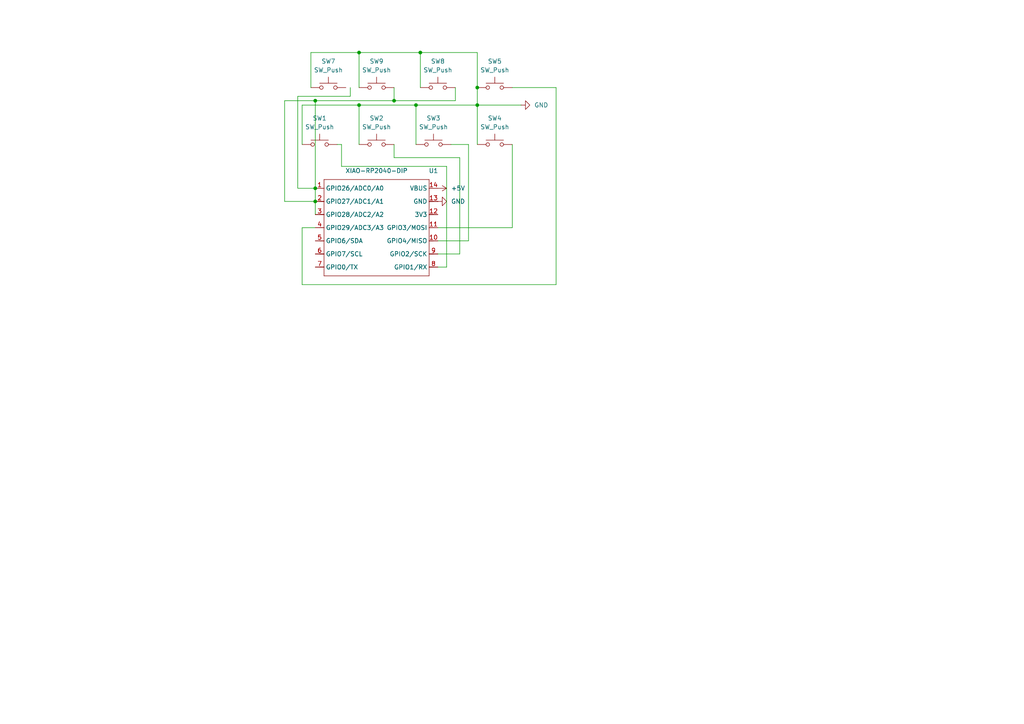
<source format=kicad_sch>
(kicad_sch
	(version 20250114)
	(generator "eeschema")
	(generator_version "9.0")
	(uuid "986929e9-5c57-4945-bb9f-fe101c86ed23")
	(paper "A4")
	(lib_symbols
		(symbol "Macro library:XIAO-RP2040-DIP"
			(exclude_from_sim no)
			(in_bom yes)
			(on_board yes)
			(property "Reference" "U"
				(at 0 0 0)
				(effects
					(font
						(size 1.27 1.27)
					)
				)
			)
			(property "Value" "XIAO-RP2040-DIP"
				(at 5.334 -1.778 0)
				(effects
					(font
						(size 1.27 1.27)
					)
				)
			)
			(property "Footprint" "Module:MOUDLE14P-XIAO-DIP-SMD"
				(at 14.478 -32.258 0)
				(effects
					(font
						(size 1.27 1.27)
					)
					(hide yes)
				)
			)
			(property "Datasheet" ""
				(at 0 0 0)
				(effects
					(font
						(size 1.27 1.27)
					)
					(hide yes)
				)
			)
			(property "Description" ""
				(at 0 0 0)
				(effects
					(font
						(size 1.27 1.27)
					)
					(hide yes)
				)
			)
			(symbol "XIAO-RP2040-DIP_1_0"
				(polyline
					(pts
						(xy -1.27 -2.54) (xy 29.21 -2.54)
					)
					(stroke
						(width 0.1524)
						(type solid)
					)
					(fill
						(type none)
					)
				)
				(polyline
					(pts
						(xy -1.27 -5.08) (xy -2.54 -5.08)
					)
					(stroke
						(width 0.1524)
						(type solid)
					)
					(fill
						(type none)
					)
				)
				(polyline
					(pts
						(xy -1.27 -5.08) (xy -1.27 -2.54)
					)
					(stroke
						(width 0.1524)
						(type solid)
					)
					(fill
						(type none)
					)
				)
				(polyline
					(pts
						(xy -1.27 -8.89) (xy -2.54 -8.89)
					)
					(stroke
						(width 0.1524)
						(type solid)
					)
					(fill
						(type none)
					)
				)
				(polyline
					(pts
						(xy -1.27 -8.89) (xy -1.27 -5.08)
					)
					(stroke
						(width 0.1524)
						(type solid)
					)
					(fill
						(type none)
					)
				)
				(polyline
					(pts
						(xy -1.27 -12.7) (xy -2.54 -12.7)
					)
					(stroke
						(width 0.1524)
						(type solid)
					)
					(fill
						(type none)
					)
				)
				(polyline
					(pts
						(xy -1.27 -12.7) (xy -1.27 -8.89)
					)
					(stroke
						(width 0.1524)
						(type solid)
					)
					(fill
						(type none)
					)
				)
				(polyline
					(pts
						(xy -1.27 -16.51) (xy -2.54 -16.51)
					)
					(stroke
						(width 0.1524)
						(type solid)
					)
					(fill
						(type none)
					)
				)
				(polyline
					(pts
						(xy -1.27 -16.51) (xy -1.27 -12.7)
					)
					(stroke
						(width 0.1524)
						(type solid)
					)
					(fill
						(type none)
					)
				)
				(polyline
					(pts
						(xy -1.27 -20.32) (xy -2.54 -20.32)
					)
					(stroke
						(width 0.1524)
						(type solid)
					)
					(fill
						(type none)
					)
				)
				(polyline
					(pts
						(xy -1.27 -24.13) (xy -2.54 -24.13)
					)
					(stroke
						(width 0.1524)
						(type solid)
					)
					(fill
						(type none)
					)
				)
				(polyline
					(pts
						(xy -1.27 -27.94) (xy -2.54 -27.94)
					)
					(stroke
						(width 0.1524)
						(type solid)
					)
					(fill
						(type none)
					)
				)
				(polyline
					(pts
						(xy -1.27 -30.48) (xy -1.27 -16.51)
					)
					(stroke
						(width 0.1524)
						(type solid)
					)
					(fill
						(type none)
					)
				)
				(polyline
					(pts
						(xy 29.21 -2.54) (xy 29.21 -5.08)
					)
					(stroke
						(width 0.1524)
						(type solid)
					)
					(fill
						(type none)
					)
				)
				(polyline
					(pts
						(xy 29.21 -5.08) (xy 29.21 -8.89)
					)
					(stroke
						(width 0.1524)
						(type solid)
					)
					(fill
						(type none)
					)
				)
				(polyline
					(pts
						(xy 29.21 -8.89) (xy 29.21 -12.7)
					)
					(stroke
						(width 0.1524)
						(type solid)
					)
					(fill
						(type none)
					)
				)
				(polyline
					(pts
						(xy 29.21 -12.7) (xy 29.21 -30.48)
					)
					(stroke
						(width 0.1524)
						(type solid)
					)
					(fill
						(type none)
					)
				)
				(polyline
					(pts
						(xy 29.21 -30.48) (xy -1.27 -30.48)
					)
					(stroke
						(width 0.1524)
						(type solid)
					)
					(fill
						(type none)
					)
				)
				(polyline
					(pts
						(xy 30.48 -5.08) (xy 29.21 -5.08)
					)
					(stroke
						(width 0.1524)
						(type solid)
					)
					(fill
						(type none)
					)
				)
				(polyline
					(pts
						(xy 30.48 -8.89) (xy 29.21 -8.89)
					)
					(stroke
						(width 0.1524)
						(type solid)
					)
					(fill
						(type none)
					)
				)
				(polyline
					(pts
						(xy 30.48 -12.7) (xy 29.21 -12.7)
					)
					(stroke
						(width 0.1524)
						(type solid)
					)
					(fill
						(type none)
					)
				)
				(polyline
					(pts
						(xy 30.48 -16.51) (xy 29.21 -16.51)
					)
					(stroke
						(width 0.1524)
						(type solid)
					)
					(fill
						(type none)
					)
				)
				(polyline
					(pts
						(xy 30.48 -20.32) (xy 29.21 -20.32)
					)
					(stroke
						(width 0.1524)
						(type solid)
					)
					(fill
						(type none)
					)
				)
				(polyline
					(pts
						(xy 30.48 -24.13) (xy 29.21 -24.13)
					)
					(stroke
						(width 0.1524)
						(type solid)
					)
					(fill
						(type none)
					)
				)
				(polyline
					(pts
						(xy 30.48 -27.94) (xy 29.21 -27.94)
					)
					(stroke
						(width 0.1524)
						(type solid)
					)
					(fill
						(type none)
					)
				)
				(pin passive line
					(at -3.81 -5.08 0)
					(length 2.54)
					(name "GPIO26/ADC0/A0"
						(effects
							(font
								(size 1.27 1.27)
							)
						)
					)
					(number "1"
						(effects
							(font
								(size 1.27 1.27)
							)
						)
					)
				)
				(pin passive line
					(at -3.81 -8.89 0)
					(length 2.54)
					(name "GPIO27/ADC1/A1"
						(effects
							(font
								(size 1.27 1.27)
							)
						)
					)
					(number "2"
						(effects
							(font
								(size 1.27 1.27)
							)
						)
					)
				)
				(pin passive line
					(at -3.81 -12.7 0)
					(length 2.54)
					(name "GPIO28/ADC2/A2"
						(effects
							(font
								(size 1.27 1.27)
							)
						)
					)
					(number "3"
						(effects
							(font
								(size 1.27 1.27)
							)
						)
					)
				)
				(pin passive line
					(at -3.81 -16.51 0)
					(length 2.54)
					(name "GPIO29/ADC3/A3"
						(effects
							(font
								(size 1.27 1.27)
							)
						)
					)
					(number "4"
						(effects
							(font
								(size 1.27 1.27)
							)
						)
					)
				)
				(pin passive line
					(at -3.81 -20.32 0)
					(length 2.54)
					(name "GPIO6/SDA"
						(effects
							(font
								(size 1.27 1.27)
							)
						)
					)
					(number "5"
						(effects
							(font
								(size 1.27 1.27)
							)
						)
					)
				)
				(pin passive line
					(at -3.81 -24.13 0)
					(length 2.54)
					(name "GPIO7/SCL"
						(effects
							(font
								(size 1.27 1.27)
							)
						)
					)
					(number "6"
						(effects
							(font
								(size 1.27 1.27)
							)
						)
					)
				)
				(pin passive line
					(at -3.81 -27.94 0)
					(length 2.54)
					(name "GPIO0/TX"
						(effects
							(font
								(size 1.27 1.27)
							)
						)
					)
					(number "7"
						(effects
							(font
								(size 1.27 1.27)
							)
						)
					)
				)
				(pin passive line
					(at 31.75 -5.08 180)
					(length 2.54)
					(name "VBUS"
						(effects
							(font
								(size 1.27 1.27)
							)
						)
					)
					(number "14"
						(effects
							(font
								(size 1.27 1.27)
							)
						)
					)
				)
				(pin passive line
					(at 31.75 -8.89 180)
					(length 2.54)
					(name "GND"
						(effects
							(font
								(size 1.27 1.27)
							)
						)
					)
					(number "13"
						(effects
							(font
								(size 1.27 1.27)
							)
						)
					)
				)
				(pin passive line
					(at 31.75 -12.7 180)
					(length 2.54)
					(name "3V3"
						(effects
							(font
								(size 1.27 1.27)
							)
						)
					)
					(number "12"
						(effects
							(font
								(size 1.27 1.27)
							)
						)
					)
				)
				(pin passive line
					(at 31.75 -16.51 180)
					(length 2.54)
					(name "GPIO3/MOSI"
						(effects
							(font
								(size 1.27 1.27)
							)
						)
					)
					(number "11"
						(effects
							(font
								(size 1.27 1.27)
							)
						)
					)
				)
				(pin passive line
					(at 31.75 -20.32 180)
					(length 2.54)
					(name "GPIO4/MISO"
						(effects
							(font
								(size 1.27 1.27)
							)
						)
					)
					(number "10"
						(effects
							(font
								(size 1.27 1.27)
							)
						)
					)
				)
				(pin passive line
					(at 31.75 -24.13 180)
					(length 2.54)
					(name "GPIO2/SCK"
						(effects
							(font
								(size 1.27 1.27)
							)
						)
					)
					(number "9"
						(effects
							(font
								(size 1.27 1.27)
							)
						)
					)
				)
				(pin passive line
					(at 31.75 -27.94 180)
					(length 2.54)
					(name "GPIO1/RX"
						(effects
							(font
								(size 1.27 1.27)
							)
						)
					)
					(number "8"
						(effects
							(font
								(size 1.27 1.27)
							)
						)
					)
				)
			)
			(embedded_fonts no)
		)
		(symbol "Switch:SW_Push"
			(pin_numbers
				(hide yes)
			)
			(pin_names
				(offset 1.016)
				(hide yes)
			)
			(exclude_from_sim no)
			(in_bom yes)
			(on_board yes)
			(property "Reference" "SW"
				(at 1.27 2.54 0)
				(effects
					(font
						(size 1.27 1.27)
					)
					(justify left)
				)
			)
			(property "Value" "SW_Push"
				(at 0 -1.524 0)
				(effects
					(font
						(size 1.27 1.27)
					)
				)
			)
			(property "Footprint" ""
				(at 0 5.08 0)
				(effects
					(font
						(size 1.27 1.27)
					)
					(hide yes)
				)
			)
			(property "Datasheet" "~"
				(at 0 5.08 0)
				(effects
					(font
						(size 1.27 1.27)
					)
					(hide yes)
				)
			)
			(property "Description" "Push button switch, generic, two pins"
				(at 0 0 0)
				(effects
					(font
						(size 1.27 1.27)
					)
					(hide yes)
				)
			)
			(property "ki_keywords" "switch normally-open pushbutton push-button"
				(at 0 0 0)
				(effects
					(font
						(size 1.27 1.27)
					)
					(hide yes)
				)
			)
			(symbol "SW_Push_0_1"
				(circle
					(center -2.032 0)
					(radius 0.508)
					(stroke
						(width 0)
						(type default)
					)
					(fill
						(type none)
					)
				)
				(polyline
					(pts
						(xy 0 1.27) (xy 0 3.048)
					)
					(stroke
						(width 0)
						(type default)
					)
					(fill
						(type none)
					)
				)
				(circle
					(center 2.032 0)
					(radius 0.508)
					(stroke
						(width 0)
						(type default)
					)
					(fill
						(type none)
					)
				)
				(polyline
					(pts
						(xy 2.54 1.27) (xy -2.54 1.27)
					)
					(stroke
						(width 0)
						(type default)
					)
					(fill
						(type none)
					)
				)
				(pin passive line
					(at -5.08 0 0)
					(length 2.54)
					(name "1"
						(effects
							(font
								(size 1.27 1.27)
							)
						)
					)
					(number "1"
						(effects
							(font
								(size 1.27 1.27)
							)
						)
					)
				)
				(pin passive line
					(at 5.08 0 180)
					(length 2.54)
					(name "2"
						(effects
							(font
								(size 1.27 1.27)
							)
						)
					)
					(number "2"
						(effects
							(font
								(size 1.27 1.27)
							)
						)
					)
				)
			)
			(embedded_fonts no)
		)
		(symbol "power:+5V"
			(power)
			(pin_numbers
				(hide yes)
			)
			(pin_names
				(offset 0)
				(hide yes)
			)
			(exclude_from_sim no)
			(in_bom yes)
			(on_board yes)
			(property "Reference" "#PWR"
				(at 0 -3.81 0)
				(effects
					(font
						(size 1.27 1.27)
					)
					(hide yes)
				)
			)
			(property "Value" "+5V"
				(at 0 3.556 0)
				(effects
					(font
						(size 1.27 1.27)
					)
				)
			)
			(property "Footprint" ""
				(at 0 0 0)
				(effects
					(font
						(size 1.27 1.27)
					)
					(hide yes)
				)
			)
			(property "Datasheet" ""
				(at 0 0 0)
				(effects
					(font
						(size 1.27 1.27)
					)
					(hide yes)
				)
			)
			(property "Description" "Power symbol creates a global label with name \"+5V\""
				(at 0 0 0)
				(effects
					(font
						(size 1.27 1.27)
					)
					(hide yes)
				)
			)
			(property "ki_keywords" "global power"
				(at 0 0 0)
				(effects
					(font
						(size 1.27 1.27)
					)
					(hide yes)
				)
			)
			(symbol "+5V_0_1"
				(polyline
					(pts
						(xy -0.762 1.27) (xy 0 2.54)
					)
					(stroke
						(width 0)
						(type default)
					)
					(fill
						(type none)
					)
				)
				(polyline
					(pts
						(xy 0 2.54) (xy 0.762 1.27)
					)
					(stroke
						(width 0)
						(type default)
					)
					(fill
						(type none)
					)
				)
				(polyline
					(pts
						(xy 0 0) (xy 0 2.54)
					)
					(stroke
						(width 0)
						(type default)
					)
					(fill
						(type none)
					)
				)
			)
			(symbol "+5V_1_1"
				(pin power_in line
					(at 0 0 90)
					(length 0)
					(name "~"
						(effects
							(font
								(size 1.27 1.27)
							)
						)
					)
					(number "1"
						(effects
							(font
								(size 1.27 1.27)
							)
						)
					)
				)
			)
			(embedded_fonts no)
		)
		(symbol "power:GND"
			(power)
			(pin_numbers
				(hide yes)
			)
			(pin_names
				(offset 0)
				(hide yes)
			)
			(exclude_from_sim no)
			(in_bom yes)
			(on_board yes)
			(property "Reference" "#PWR"
				(at 0 -6.35 0)
				(effects
					(font
						(size 1.27 1.27)
					)
					(hide yes)
				)
			)
			(property "Value" "GND"
				(at 0 -3.81 0)
				(effects
					(font
						(size 1.27 1.27)
					)
				)
			)
			(property "Footprint" ""
				(at 0 0 0)
				(effects
					(font
						(size 1.27 1.27)
					)
					(hide yes)
				)
			)
			(property "Datasheet" ""
				(at 0 0 0)
				(effects
					(font
						(size 1.27 1.27)
					)
					(hide yes)
				)
			)
			(property "Description" "Power symbol creates a global label with name \"GND\" , ground"
				(at 0 0 0)
				(effects
					(font
						(size 1.27 1.27)
					)
					(hide yes)
				)
			)
			(property "ki_keywords" "global power"
				(at 0 0 0)
				(effects
					(font
						(size 1.27 1.27)
					)
					(hide yes)
				)
			)
			(symbol "GND_0_1"
				(polyline
					(pts
						(xy 0 0) (xy 0 -1.27) (xy 1.27 -1.27) (xy 0 -2.54) (xy -1.27 -1.27) (xy 0 -1.27)
					)
					(stroke
						(width 0)
						(type default)
					)
					(fill
						(type none)
					)
				)
			)
			(symbol "GND_1_1"
				(pin power_in line
					(at 0 0 270)
					(length 0)
					(name "~"
						(effects
							(font
								(size 1.27 1.27)
							)
						)
					)
					(number "1"
						(effects
							(font
								(size 1.27 1.27)
							)
						)
					)
				)
			)
			(embedded_fonts no)
		)
	)
	(junction
		(at 104.14 15.24)
		(diameter 0)
		(color 0 0 0 0)
		(uuid "047b6564-31a7-4a38-a17c-4c8e049f6fa4")
	)
	(junction
		(at 91.44 54.61)
		(diameter 0)
		(color 0 0 0 0)
		(uuid "1a9ff6ef-1c50-4113-bb8d-f95d7f070246")
	)
	(junction
		(at 104.14 30.48)
		(diameter 0)
		(color 0 0 0 0)
		(uuid "254a3aec-0fbe-4a04-b0ef-7807ddb05263")
	)
	(junction
		(at 121.92 15.24)
		(diameter 0)
		(color 0 0 0 0)
		(uuid "54b6f47f-21bb-421d-b0a5-b7343aaf5ce8")
	)
	(junction
		(at 91.44 58.42)
		(diameter 0)
		(color 0 0 0 0)
		(uuid "5fac1956-3d24-4007-9458-7ea94e7e4214")
	)
	(junction
		(at 120.65 30.48)
		(diameter 0)
		(color 0 0 0 0)
		(uuid "6422b748-6cbe-4094-822d-4f6611090fb7")
	)
	(junction
		(at 138.43 30.48)
		(diameter 0)
		(color 0 0 0 0)
		(uuid "c008ddc8-c9c7-44e8-832e-4625ebe5a2ce")
	)
	(junction
		(at 91.44 29.21)
		(diameter 0)
		(color 0 0 0 0)
		(uuid "c18221dc-99e1-42af-ad64-a2358cf0a66c")
	)
	(junction
		(at 114.3 29.21)
		(diameter 0)
		(color 0 0 0 0)
		(uuid "ec4b6dd0-822c-4198-ad58-ad78f0641ea2")
	)
	(junction
		(at 138.43 25.4)
		(diameter 0)
		(color 0 0 0 0)
		(uuid "fc606a92-3efd-4bfa-8b2f-ceb1ec2cfd81")
	)
	(wire
		(pts
			(xy 129.54 48.26) (xy 129.54 77.47)
		)
		(stroke
			(width 0)
			(type default)
		)
		(uuid "035a2e5c-ce53-41b7-a06c-0d51de5fbade")
	)
	(wire
		(pts
			(xy 90.17 15.24) (xy 104.14 15.24)
		)
		(stroke
			(width 0)
			(type default)
		)
		(uuid "10850927-27bc-4661-91ee-6cbef18b9b1f")
	)
	(wire
		(pts
			(xy 86.36 27.94) (xy 86.36 54.61)
		)
		(stroke
			(width 0)
			(type default)
		)
		(uuid "248ddbcc-d992-409a-b9fb-c33512e65285")
	)
	(wire
		(pts
			(xy 138.43 15.24) (xy 138.43 25.4)
		)
		(stroke
			(width 0)
			(type default)
		)
		(uuid "25065928-9c0c-49b1-9745-5b5cd324e748")
	)
	(wire
		(pts
			(xy 104.14 30.48) (xy 120.65 30.48)
		)
		(stroke
			(width 0)
			(type default)
		)
		(uuid "270a39fc-cbef-47dc-b8cb-da64148c59e2")
	)
	(wire
		(pts
			(xy 132.08 25.4) (xy 132.08 29.21)
		)
		(stroke
			(width 0)
			(type default)
		)
		(uuid "3309a321-0797-474e-8741-5c28bcf28c4c")
	)
	(wire
		(pts
			(xy 91.44 58.42) (xy 91.44 62.23)
		)
		(stroke
			(width 0)
			(type default)
		)
		(uuid "335d944d-d2c1-4a88-a626-7b4c232e30d7")
	)
	(wire
		(pts
			(xy 87.63 30.48) (xy 104.14 30.48)
		)
		(stroke
			(width 0)
			(type default)
		)
		(uuid "388477ea-a9d3-410f-972e-75dcbfc32517")
	)
	(wire
		(pts
			(xy 99.06 41.91) (xy 99.06 48.26)
		)
		(stroke
			(width 0)
			(type default)
		)
		(uuid "3afdf3ab-12d3-4299-ab86-00c6e088548f")
	)
	(wire
		(pts
			(xy 91.44 29.21) (xy 114.3 29.21)
		)
		(stroke
			(width 0)
			(type default)
		)
		(uuid "3d356e8d-1e04-4098-9d79-268aa226784d")
	)
	(wire
		(pts
			(xy 82.55 29.21) (xy 91.44 29.21)
		)
		(stroke
			(width 0)
			(type default)
		)
		(uuid "424bc2c8-6e72-4507-9184-57c7aefd1040")
	)
	(wire
		(pts
			(xy 120.65 30.48) (xy 138.43 30.48)
		)
		(stroke
			(width 0)
			(type default)
		)
		(uuid "446706ec-e6f4-4fba-8f57-0bad416dc22c")
	)
	(wire
		(pts
			(xy 129.54 77.47) (xy 127 77.47)
		)
		(stroke
			(width 0)
			(type default)
		)
		(uuid "4b827788-c754-4565-a09e-710a4852cb32")
	)
	(wire
		(pts
			(xy 97.79 41.91) (xy 99.06 41.91)
		)
		(stroke
			(width 0)
			(type default)
		)
		(uuid "51694ad0-452d-473f-b47e-4f337e286669")
	)
	(wire
		(pts
			(xy 91.44 29.21) (xy 91.44 54.61)
		)
		(stroke
			(width 0)
			(type default)
		)
		(uuid "5b05eb54-a67e-40c7-8f5e-9e3c0cd68f86")
	)
	(wire
		(pts
			(xy 148.59 25.4) (xy 161.29 25.4)
		)
		(stroke
			(width 0)
			(type default)
		)
		(uuid "5cb8953b-a321-4d85-8794-8788cc4f51b9")
	)
	(wire
		(pts
			(xy 138.43 30.48) (xy 151.13 30.48)
		)
		(stroke
			(width 0)
			(type default)
		)
		(uuid "686a5bd2-4563-47c1-9a7e-5b90abddf10f")
	)
	(wire
		(pts
			(xy 161.29 25.4) (xy 161.29 82.55)
		)
		(stroke
			(width 0)
			(type default)
		)
		(uuid "6d78ea25-bfc2-45d8-b1b3-c6368402dece")
	)
	(wire
		(pts
			(xy 161.29 82.55) (xy 87.63 82.55)
		)
		(stroke
			(width 0)
			(type default)
		)
		(uuid "71d6f851-99ec-4d1e-8650-34f11f34b649")
	)
	(wire
		(pts
			(xy 91.44 54.61) (xy 91.44 58.42)
		)
		(stroke
			(width 0)
			(type default)
		)
		(uuid "744a021b-3ef0-4205-9124-291750c69370")
	)
	(wire
		(pts
			(xy 130.81 41.91) (xy 135.89 41.91)
		)
		(stroke
			(width 0)
			(type default)
		)
		(uuid "78f95c34-ca09-4853-bf47-a2a88901d91c")
	)
	(wire
		(pts
			(xy 135.89 69.85) (xy 127 69.85)
		)
		(stroke
			(width 0)
			(type default)
		)
		(uuid "7b13bcca-c2e5-4849-bc8c-9683d9304e25")
	)
	(wire
		(pts
			(xy 90.17 25.4) (xy 90.17 15.24)
		)
		(stroke
			(width 0)
			(type default)
		)
		(uuid "7dcb3143-570e-491a-903b-608868fd8588")
	)
	(wire
		(pts
			(xy 86.36 54.61) (xy 91.44 54.61)
		)
		(stroke
			(width 0)
			(type default)
		)
		(uuid "7f650b38-392b-417b-80b5-c5fc5207fb63")
	)
	(wire
		(pts
			(xy 87.63 82.55) (xy 87.63 66.04)
		)
		(stroke
			(width 0)
			(type default)
		)
		(uuid "85d89dc5-cd39-480f-afbb-ba2f4dfe450d")
	)
	(wire
		(pts
			(xy 138.43 25.4) (xy 138.43 30.48)
		)
		(stroke
			(width 0)
			(type default)
		)
		(uuid "860f035b-8957-41cd-9eea-126a48cd5c56")
	)
	(wire
		(pts
			(xy 101.6 27.94) (xy 86.36 27.94)
		)
		(stroke
			(width 0)
			(type default)
		)
		(uuid "8b7d1605-f159-475e-91bb-881678579094")
	)
	(wire
		(pts
			(xy 148.59 41.91) (xy 148.59 66.04)
		)
		(stroke
			(width 0)
			(type default)
		)
		(uuid "91959b98-f83f-4300-984d-e097fc0bab66")
	)
	(wire
		(pts
			(xy 148.59 66.04) (xy 127 66.04)
		)
		(stroke
			(width 0)
			(type default)
		)
		(uuid "92a81279-5528-4865-a91e-a0b4a4240ade")
	)
	(wire
		(pts
			(xy 133.35 45.72) (xy 133.35 73.66)
		)
		(stroke
			(width 0)
			(type default)
		)
		(uuid "979dcf5b-3aed-4d98-b70a-ab14bd32cc42")
	)
	(wire
		(pts
			(xy 121.92 15.24) (xy 121.92 25.4)
		)
		(stroke
			(width 0)
			(type default)
		)
		(uuid "9a6d5ef0-dd60-4a60-959e-cc755d7915c1")
	)
	(wire
		(pts
			(xy 114.3 25.4) (xy 114.3 29.21)
		)
		(stroke
			(width 0)
			(type default)
		)
		(uuid "a03be09e-05b5-4022-8950-6a31ad93ead0")
	)
	(wire
		(pts
			(xy 114.3 29.21) (xy 132.08 29.21)
		)
		(stroke
			(width 0)
			(type default)
		)
		(uuid "a150b7fb-5f3e-4e46-89bc-f3833af08af2")
	)
	(wire
		(pts
			(xy 133.35 73.66) (xy 127 73.66)
		)
		(stroke
			(width 0)
			(type default)
		)
		(uuid "ab8af2fd-ec93-422a-bdba-e70628cef2be")
	)
	(wire
		(pts
			(xy 135.89 41.91) (xy 135.89 69.85)
		)
		(stroke
			(width 0)
			(type default)
		)
		(uuid "ae0f96e2-a1ed-4b69-98de-0b5746fa412a")
	)
	(wire
		(pts
			(xy 104.14 15.24) (xy 104.14 25.4)
		)
		(stroke
			(width 0)
			(type default)
		)
		(uuid "af8cf85b-cd51-4064-8848-32276cedabe4")
	)
	(wire
		(pts
			(xy 104.14 30.48) (xy 104.14 41.91)
		)
		(stroke
			(width 0)
			(type default)
		)
		(uuid "c1995d0e-b403-4a8f-9bc6-fc6f8ff5a2cb")
	)
	(wire
		(pts
			(xy 114.3 41.91) (xy 114.3 45.72)
		)
		(stroke
			(width 0)
			(type default)
		)
		(uuid "cd51c1a2-11a9-4e1e-80b3-10c5b87d122a")
	)
	(wire
		(pts
			(xy 121.92 15.24) (xy 138.43 15.24)
		)
		(stroke
			(width 0)
			(type default)
		)
		(uuid "ceb5852f-70dd-41e2-ac4b-4e3098d118ab")
	)
	(wire
		(pts
			(xy 99.06 48.26) (xy 129.54 48.26)
		)
		(stroke
			(width 0)
			(type default)
		)
		(uuid "df1cb924-3fc9-4a04-909a-749a9e8da5d8")
	)
	(wire
		(pts
			(xy 87.63 41.91) (xy 87.63 30.48)
		)
		(stroke
			(width 0)
			(type default)
		)
		(uuid "e213d80f-941d-44e2-bcfb-354c80688560")
	)
	(wire
		(pts
			(xy 114.3 45.72) (xy 133.35 45.72)
		)
		(stroke
			(width 0)
			(type default)
		)
		(uuid "e3f91a1f-9227-4fb2-8a70-1b90432ea158")
	)
	(wire
		(pts
			(xy 104.14 15.24) (xy 121.92 15.24)
		)
		(stroke
			(width 0)
			(type default)
		)
		(uuid "e424f100-7768-4567-9aa6-5a2caef26e12")
	)
	(wire
		(pts
			(xy 120.65 30.48) (xy 120.65 41.91)
		)
		(stroke
			(width 0)
			(type default)
		)
		(uuid "f18c1b05-6120-478e-84b4-03bb2b8df689")
	)
	(wire
		(pts
			(xy 101.6 25.4) (xy 101.6 27.94)
		)
		(stroke
			(width 0)
			(type default)
		)
		(uuid "f3b48a9d-07e9-4d2c-986c-6ebc2934fa1b")
	)
	(wire
		(pts
			(xy 87.63 66.04) (xy 91.44 66.04)
		)
		(stroke
			(width 0)
			(type default)
		)
		(uuid "f45a44f0-6c2e-4f7d-81a3-93fa6d63aa18")
	)
	(wire
		(pts
			(xy 138.43 30.48) (xy 138.43 41.91)
		)
		(stroke
			(width 0)
			(type default)
		)
		(uuid "f77f53d9-68d5-4329-93f5-902b4f2e50f5")
	)
	(wire
		(pts
			(xy 82.55 29.21) (xy 82.55 58.42)
		)
		(stroke
			(width 0)
			(type default)
		)
		(uuid "f7bf9fdb-225d-46c9-93c9-151e565716fd")
	)
	(wire
		(pts
			(xy 82.55 58.42) (xy 91.44 58.42)
		)
		(stroke
			(width 0)
			(type default)
		)
		(uuid "fc2e6694-3a9f-44af-a513-ebccba994fbd")
	)
	(symbol
		(lib_id "power:GND")
		(at 127 58.42 90)
		(unit 1)
		(exclude_from_sim no)
		(in_bom yes)
		(on_board yes)
		(dnp no)
		(fields_autoplaced yes)
		(uuid "0790d60e-f129-431e-bee6-58d0524a635b")
		(property "Reference" "#PWR03"
			(at 133.35 58.42 0)
			(effects
				(font
					(size 1.27 1.27)
				)
				(hide yes)
			)
		)
		(property "Value" "GND"
			(at 130.81 58.4199 90)
			(effects
				(font
					(size 1.27 1.27)
				)
				(justify right)
			)
		)
		(property "Footprint" ""
			(at 127 58.42 0)
			(effects
				(font
					(size 1.27 1.27)
				)
				(hide yes)
			)
		)
		(property "Datasheet" ""
			(at 127 58.42 0)
			(effects
				(font
					(size 1.27 1.27)
				)
				(hide yes)
			)
		)
		(property "Description" "Power symbol creates a global label with name \"GND\" , ground"
			(at 127 58.42 0)
			(effects
				(font
					(size 1.27 1.27)
				)
				(hide yes)
			)
		)
		(pin "1"
			(uuid "04bfc02c-78e8-44f5-a085-d265ca1a5b07")
		)
		(instances
			(project ""
				(path "/986929e9-5c57-4945-bb9f-fe101c86ed23"
					(reference "#PWR03")
					(unit 1)
				)
			)
		)
	)
	(symbol
		(lib_id "Switch:SW_Push")
		(at 109.22 25.4 0)
		(unit 1)
		(exclude_from_sim no)
		(in_bom yes)
		(on_board yes)
		(dnp no)
		(fields_autoplaced yes)
		(uuid "0ae2c530-7df5-4f31-9bef-006c2adfd41f")
		(property "Reference" "SW9"
			(at 109.22 17.78 0)
			(effects
				(font
					(size 1.27 1.27)
				)
			)
		)
		(property "Value" "SW_Push"
			(at 109.22 20.32 0)
			(effects
				(font
					(size 1.27 1.27)
				)
			)
		)
		(property "Footprint" "Button_Switch_Keyboard:SW_Cherry_MX_1.00u_PCB"
			(at 109.22 20.32 0)
			(effects
				(font
					(size 1.27 1.27)
				)
				(hide yes)
			)
		)
		(property "Datasheet" "~"
			(at 109.22 20.32 0)
			(effects
				(font
					(size 1.27 1.27)
				)
				(hide yes)
			)
		)
		(property "Description" "Push button switch, generic, two pins"
			(at 109.22 25.4 0)
			(effects
				(font
					(size 1.27 1.27)
				)
				(hide yes)
			)
		)
		(pin "1"
			(uuid "7fb9ecba-7f64-407f-a3c1-aca0d91b92e8")
		)
		(pin "2"
			(uuid "a99209ab-cc9e-43cc-8a9e-ae13083040ce")
		)
		(instances
			(project ""
				(path "/986929e9-5c57-4945-bb9f-fe101c86ed23"
					(reference "SW9")
					(unit 1)
				)
			)
		)
	)
	(symbol
		(lib_id "power:+5V")
		(at 127 54.61 270)
		(unit 1)
		(exclude_from_sim no)
		(in_bom yes)
		(on_board yes)
		(dnp no)
		(fields_autoplaced yes)
		(uuid "15ddd175-16a4-4cc7-bfca-518255fc4323")
		(property "Reference" "#PWR05"
			(at 123.19 54.61 0)
			(effects
				(font
					(size 1.27 1.27)
				)
				(hide yes)
			)
		)
		(property "Value" "+5V"
			(at 130.81 54.6099 90)
			(effects
				(font
					(size 1.27 1.27)
				)
				(justify left)
			)
		)
		(property "Footprint" ""
			(at 127 54.61 0)
			(effects
				(font
					(size 1.27 1.27)
				)
				(hide yes)
			)
		)
		(property "Datasheet" ""
			(at 127 54.61 0)
			(effects
				(font
					(size 1.27 1.27)
				)
				(hide yes)
			)
		)
		(property "Description" "Power symbol creates a global label with name \"+5V\""
			(at 127 54.61 0)
			(effects
				(font
					(size 1.27 1.27)
				)
				(hide yes)
			)
		)
		(pin "1"
			(uuid "447765a0-36ab-4be8-8af6-53f766572524")
		)
		(instances
			(project ""
				(path "/986929e9-5c57-4945-bb9f-fe101c86ed23"
					(reference "#PWR05")
					(unit 1)
				)
			)
		)
	)
	(symbol
		(lib_id "Switch:SW_Push")
		(at 125.73 41.91 0)
		(unit 1)
		(exclude_from_sim no)
		(in_bom yes)
		(on_board yes)
		(dnp no)
		(uuid "1ba867ea-4d15-4d73-a9ab-c76a150c3fcb")
		(property "Reference" "SW3"
			(at 125.73 34.29 0)
			(effects
				(font
					(size 1.27 1.27)
				)
			)
		)
		(property "Value" "SW_Push"
			(at 125.73 36.83 0)
			(effects
				(font
					(size 1.27 1.27)
				)
			)
		)
		(property "Footprint" "Button_Switch_Keyboard:SW_Cherry_MX_1.00u_PCB"
			(at 125.73 36.83 0)
			(effects
				(font
					(size 1.27 1.27)
				)
				(hide yes)
			)
		)
		(property "Datasheet" "~"
			(at 125.73 36.83 0)
			(effects
				(font
					(size 1.27 1.27)
				)
				(hide yes)
			)
		)
		(property "Description" "Push button switch, generic, two pins"
			(at 125.73 41.91 0)
			(effects
				(font
					(size 1.27 1.27)
				)
				(hide yes)
			)
		)
		(pin "2"
			(uuid "18a744e2-d1ed-4d25-b0f4-c919a87e8406")
		)
		(pin "1"
			(uuid "9d09bd2a-9126-49f6-b816-e36bff361b9e")
		)
		(instances
			(project ""
				(path "/986929e9-5c57-4945-bb9f-fe101c86ed23"
					(reference "SW3")
					(unit 1)
				)
			)
		)
	)
	(symbol
		(lib_id "Switch:SW_Push")
		(at 143.51 25.4 0)
		(unit 1)
		(exclude_from_sim no)
		(in_bom yes)
		(on_board yes)
		(dnp no)
		(uuid "3ab40323-15e9-496a-a9d8-91f942344c34")
		(property "Reference" "SW5"
			(at 143.51 17.78 0)
			(effects
				(font
					(size 1.27 1.27)
				)
			)
		)
		(property "Value" "SW_Push"
			(at 143.51 20.32 0)
			(effects
				(font
					(size 1.27 1.27)
				)
			)
		)
		(property "Footprint" "Button_Switch_Keyboard:SW_Cherry_MX_1.00u_PCB"
			(at 143.51 20.32 0)
			(effects
				(font
					(size 1.27 1.27)
				)
				(hide yes)
			)
		)
		(property "Datasheet" "~"
			(at 143.51 20.32 0)
			(effects
				(font
					(size 1.27 1.27)
				)
				(hide yes)
			)
		)
		(property "Description" "Push button switch, generic, two pins"
			(at 143.51 25.4 0)
			(effects
				(font
					(size 1.27 1.27)
				)
				(hide yes)
			)
		)
		(pin "2"
			(uuid "8e786ef3-22f6-4b8f-9238-3a39860f74ca")
		)
		(pin "1"
			(uuid "1ec10818-c4dd-4f8f-bd1d-fbc3aa9ecc92")
		)
		(instances
			(project ""
				(path "/986929e9-5c57-4945-bb9f-fe101c86ed23"
					(reference "SW5")
					(unit 1)
				)
			)
		)
	)
	(symbol
		(lib_id "Switch:SW_Push")
		(at 127 25.4 0)
		(unit 1)
		(exclude_from_sim no)
		(in_bom yes)
		(on_board yes)
		(dnp no)
		(fields_autoplaced yes)
		(uuid "5395ac12-b359-4839-8ce5-6addbe1afd97")
		(property "Reference" "SW8"
			(at 127 17.78 0)
			(effects
				(font
					(size 1.27 1.27)
				)
			)
		)
		(property "Value" "SW_Push"
			(at 127 20.32 0)
			(effects
				(font
					(size 1.27 1.27)
				)
			)
		)
		(property "Footprint" "Button_Switch_Keyboard:SW_Cherry_MX_1.00u_PCB"
			(at 127 20.32 0)
			(effects
				(font
					(size 1.27 1.27)
				)
				(hide yes)
			)
		)
		(property "Datasheet" "~"
			(at 127 20.32 0)
			(effects
				(font
					(size 1.27 1.27)
				)
				(hide yes)
			)
		)
		(property "Description" "Push button switch, generic, two pins"
			(at 127 25.4 0)
			(effects
				(font
					(size 1.27 1.27)
				)
				(hide yes)
			)
		)
		(pin "2"
			(uuid "9cabf38f-f16f-47f3-84ad-1a229de1bfd4")
		)
		(pin "1"
			(uuid "bc7bce2b-a1e2-4c8f-a1ab-aac4dc9b2d3a")
		)
		(instances
			(project ""
				(path "/986929e9-5c57-4945-bb9f-fe101c86ed23"
					(reference "SW8")
					(unit 1)
				)
			)
		)
	)
	(symbol
		(lib_id "Switch:SW_Push")
		(at 143.51 41.91 0)
		(unit 1)
		(exclude_from_sim no)
		(in_bom yes)
		(on_board yes)
		(dnp no)
		(fields_autoplaced yes)
		(uuid "6801630d-1e51-4124-a462-eeb7a65af237")
		(property "Reference" "SW4"
			(at 143.51 34.29 0)
			(effects
				(font
					(size 1.27 1.27)
				)
			)
		)
		(property "Value" "SW_Push"
			(at 143.51 36.83 0)
			(effects
				(font
					(size 1.27 1.27)
				)
			)
		)
		(property "Footprint" "Button_Switch_Keyboard:SW_Cherry_MX_1.00u_PCB"
			(at 143.51 36.83 0)
			(effects
				(font
					(size 1.27 1.27)
				)
				(hide yes)
			)
		)
		(property "Datasheet" "~"
			(at 143.51 36.83 0)
			(effects
				(font
					(size 1.27 1.27)
				)
				(hide yes)
			)
		)
		(property "Description" "Push button switch, generic, two pins"
			(at 143.51 41.91 0)
			(effects
				(font
					(size 1.27 1.27)
				)
				(hide yes)
			)
		)
		(pin "2"
			(uuid "01cea35f-69a7-45c2-b488-a83a8fac9720")
		)
		(pin "1"
			(uuid "9b689e0c-d69a-4f77-a888-ce66b36c8fca")
		)
		(instances
			(project ""
				(path "/986929e9-5c57-4945-bb9f-fe101c86ed23"
					(reference "SW4")
					(unit 1)
				)
			)
		)
	)
	(symbol
		(lib_id "Switch:SW_Push")
		(at 95.25 25.4 0)
		(unit 1)
		(exclude_from_sim no)
		(in_bom yes)
		(on_board yes)
		(dnp no)
		(fields_autoplaced yes)
		(uuid "9b2127f4-8380-470c-a1eb-d82af1531fc6")
		(property "Reference" "SW7"
			(at 95.25 17.78 0)
			(effects
				(font
					(size 1.27 1.27)
				)
			)
		)
		(property "Value" "SW_Push"
			(at 95.25 20.32 0)
			(effects
				(font
					(size 1.27 1.27)
				)
			)
		)
		(property "Footprint" "Button_Switch_Keyboard:SW_Cherry_MX_1.00u_PCB"
			(at 95.25 20.32 0)
			(effects
				(font
					(size 1.27 1.27)
				)
				(hide yes)
			)
		)
		(property "Datasheet" "~"
			(at 95.25 20.32 0)
			(effects
				(font
					(size 1.27 1.27)
				)
				(hide yes)
			)
		)
		(property "Description" "Push button switch, generic, two pins"
			(at 95.25 25.4 0)
			(effects
				(font
					(size 1.27 1.27)
				)
				(hide yes)
			)
		)
		(pin "2"
			(uuid "0f23d106-caf4-4c32-b009-990381783d57")
		)
		(pin "1"
			(uuid "142f7a25-853a-455f-8e5b-c35ac294d99c")
		)
		(instances
			(project ""
				(path "/986929e9-5c57-4945-bb9f-fe101c86ed23"
					(reference "SW7")
					(unit 1)
				)
			)
		)
	)
	(symbol
		(lib_id "Switch:SW_Push")
		(at 92.71 41.91 0)
		(unit 1)
		(exclude_from_sim no)
		(in_bom yes)
		(on_board yes)
		(dnp no)
		(fields_autoplaced yes)
		(uuid "cb6e98b2-cff6-4732-a7c4-c1d0a4fb6d05")
		(property "Reference" "SW1"
			(at 92.71 34.29 0)
			(effects
				(font
					(size 1.27 1.27)
				)
			)
		)
		(property "Value" "SW_Push"
			(at 92.71 36.83 0)
			(effects
				(font
					(size 1.27 1.27)
				)
			)
		)
		(property "Footprint" "Button_Switch_Keyboard:SW_Cherry_MX_1.00u_PCB"
			(at 92.71 36.83 0)
			(effects
				(font
					(size 1.27 1.27)
				)
				(hide yes)
			)
		)
		(property "Datasheet" "~"
			(at 92.71 36.83 0)
			(effects
				(font
					(size 1.27 1.27)
				)
				(hide yes)
			)
		)
		(property "Description" "Push button switch, generic, two pins"
			(at 92.71 41.91 0)
			(effects
				(font
					(size 1.27 1.27)
				)
				(hide yes)
			)
		)
		(pin "1"
			(uuid "87e95363-52d7-48cb-881e-d5a2129ddd13")
		)
		(pin "2"
			(uuid "119d6f1a-83bd-4cf7-b464-274f06611f31")
		)
		(instances
			(project ""
				(path "/986929e9-5c57-4945-bb9f-fe101c86ed23"
					(reference "SW1")
					(unit 1)
				)
			)
		)
	)
	(symbol
		(lib_id "Switch:SW_Push")
		(at 109.22 41.91 0)
		(unit 1)
		(exclude_from_sim no)
		(in_bom yes)
		(on_board yes)
		(dnp no)
		(fields_autoplaced yes)
		(uuid "d315d6e0-3055-4c73-900a-93f84ff961c7")
		(property "Reference" "SW2"
			(at 109.22 34.29 0)
			(effects
				(font
					(size 1.27 1.27)
				)
			)
		)
		(property "Value" "SW_Push"
			(at 109.22 36.83 0)
			(effects
				(font
					(size 1.27 1.27)
				)
			)
		)
		(property "Footprint" "Button_Switch_Keyboard:SW_Cherry_MX_1.00u_PCB"
			(at 109.22 36.83 0)
			(effects
				(font
					(size 1.27 1.27)
				)
				(hide yes)
			)
		)
		(property "Datasheet" "~"
			(at 109.22 36.83 0)
			(effects
				(font
					(size 1.27 1.27)
				)
				(hide yes)
			)
		)
		(property "Description" "Push button switch, generic, two pins"
			(at 109.22 41.91 0)
			(effects
				(font
					(size 1.27 1.27)
				)
				(hide yes)
			)
		)
		(pin "2"
			(uuid "70e3ad57-9c2c-4c68-84d9-95ba1cf803ef")
		)
		(pin "1"
			(uuid "21451722-ca21-4ddf-9607-93efab7fd237")
		)
		(instances
			(project ""
				(path "/986929e9-5c57-4945-bb9f-fe101c86ed23"
					(reference "SW2")
					(unit 1)
				)
			)
		)
	)
	(symbol
		(lib_id "Macro library:XIAO-RP2040-DIP")
		(at 95.25 49.53 0)
		(unit 1)
		(exclude_from_sim no)
		(in_bom yes)
		(on_board yes)
		(dnp no)
		(uuid "db8e3817-6123-4ead-8201-0d6b960b5c38")
		(property "Reference" "U1"
			(at 125.73 49.53 0)
			(effects
				(font
					(size 1.27 1.27)
				)
			)
		)
		(property "Value" "XIAO-RP2040-DIP"
			(at 109.22 49.53 0)
			(effects
				(font
					(size 1.27 1.27)
				)
			)
		)
		(property "Footprint" "Macro Library 2:XIAO-RP2040-DIP"
			(at 109.728 81.788 0)
			(effects
				(font
					(size 1.27 1.27)
				)
				(hide yes)
			)
		)
		(property "Datasheet" ""
			(at 95.25 49.53 0)
			(effects
				(font
					(size 1.27 1.27)
				)
				(hide yes)
			)
		)
		(property "Description" ""
			(at 95.25 49.53 0)
			(effects
				(font
					(size 1.27 1.27)
				)
				(hide yes)
			)
		)
		(pin "5"
			(uuid "862a6cca-e0e1-432e-a458-f44b6f2ba79a")
		)
		(pin "13"
			(uuid "85dbae6b-ee4d-4312-9594-93c7d08f48f4")
		)
		(pin "7"
			(uuid "6c13d140-46cb-4898-849e-009f9469b13f")
		)
		(pin "14"
			(uuid "10f157a3-b586-4f71-b552-eabb1b000270")
		)
		(pin "12"
			(uuid "1059bf15-555a-4943-b832-91169cdce92b")
		)
		(pin "6"
			(uuid "3d8daeee-2e08-44a4-a5e7-26215e3214d3")
		)
		(pin "9"
			(uuid "a132b01a-1ff8-4bb6-bb8b-3f698b7ab18f")
		)
		(pin "4"
			(uuid "ccec87d7-848a-419d-b8b0-b90e2dd13d9c")
		)
		(pin "1"
			(uuid "6ba4d5be-5d99-4a34-8780-c356b5cdc704")
		)
		(pin "2"
			(uuid "ecfe41fe-609e-418f-b81d-1348ecf720e4")
		)
		(pin "3"
			(uuid "9a2a692a-7bb8-4573-a64a-9aaa75c64774")
		)
		(pin "11"
			(uuid "d940d466-0387-44fd-a16f-d291d1cb402c")
		)
		(pin "10"
			(uuid "d7470a96-6bc6-4419-8268-9125658796e5")
		)
		(pin "8"
			(uuid "9ac0e15d-22a5-4b9f-aaaf-49a1aa698355")
		)
		(instances
			(project ""
				(path "/986929e9-5c57-4945-bb9f-fe101c86ed23"
					(reference "U1")
					(unit 1)
				)
			)
		)
	)
	(symbol
		(lib_id "power:GND")
		(at 151.13 30.48 90)
		(unit 1)
		(exclude_from_sim no)
		(in_bom yes)
		(on_board yes)
		(dnp no)
		(fields_autoplaced yes)
		(uuid "ee90a1f0-4fda-4eef-a26c-ec7f5243affa")
		(property "Reference" "#PWR01"
			(at 157.48 30.48 0)
			(effects
				(font
					(size 1.27 1.27)
				)
				(hide yes)
			)
		)
		(property "Value" "GND"
			(at 154.94 30.4799 90)
			(effects
				(font
					(size 1.27 1.27)
				)
				(justify right)
			)
		)
		(property "Footprint" ""
			(at 151.13 30.48 0)
			(effects
				(font
					(size 1.27 1.27)
				)
				(hide yes)
			)
		)
		(property "Datasheet" ""
			(at 151.13 30.48 0)
			(effects
				(font
					(size 1.27 1.27)
				)
				(hide yes)
			)
		)
		(property "Description" "Power symbol creates a global label with name \"GND\" , ground"
			(at 151.13 30.48 0)
			(effects
				(font
					(size 1.27 1.27)
				)
				(hide yes)
			)
		)
		(pin "1"
			(uuid "db3e93db-75ea-4582-948d-c578cd0e8c16")
		)
		(instances
			(project ""
				(path "/986929e9-5c57-4945-bb9f-fe101c86ed23"
					(reference "#PWR01")
					(unit 1)
				)
			)
		)
	)
	(sheet_instances
		(path "/"
			(page "1")
		)
	)
	(embedded_fonts no)
)

</source>
